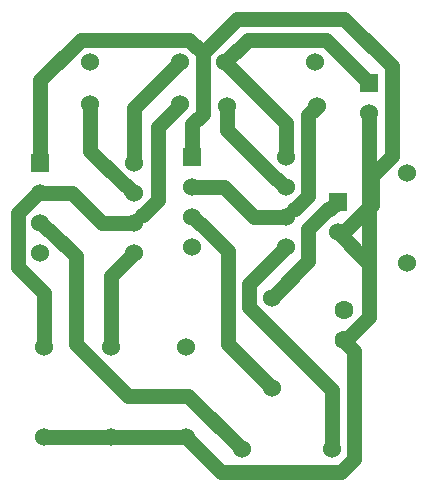
<source format=gbl>
G04*
G04 #@! TF.GenerationSoftware,Altium Limited,Altium Designer,22.1.2 (22)*
G04*
G04 Layer_Physical_Order=2*
G04 Layer_Color=16711680*
%FSLAX43Y43*%
%MOMM*%
G71*
G04*
G04 #@! TF.SameCoordinates,87715656-2F0B-43DF-9688-F49D06068116*
G04*
G04*
G04 #@! TF.FilePolarity,Positive*
G04*
G01*
G75*
%ADD18C,1.270*%
%ADD19C,1.524*%
%ADD20R,1.524X1.524*%
%ADD21R,1.524X1.524*%
%ADD22C,1.600*%
D18*
X32258Y24165D02*
Y32131D01*
X29591Y22098D02*
X29640Y22147D01*
X32495Y24401D02*
Y26807D01*
X30240Y22147D02*
X32258Y24165D01*
X34163Y28475D02*
Y36117D01*
X32495Y26807D02*
X34163Y28475D01*
X32258Y14905D02*
Y24165D01*
X29640Y22147D02*
X30240D01*
X32258Y24165D02*
X32495Y24401D01*
X29591Y22098D02*
X32042Y19647D01*
X7413Y12626D02*
Y20013D01*
X10414Y18382D02*
X12352Y20320D01*
X5116Y22225D02*
X5201D01*
X7112Y25400D02*
X9652Y22860D01*
X10414Y12319D02*
Y18382D01*
X7413Y12626D02*
X11860Y8179D01*
X4481Y22860D02*
X5116Y22225D01*
X9652Y22860D02*
X12352D01*
X5201Y22225D02*
X7413Y20013D01*
X4412Y22860D02*
X4481D01*
X13056Y23495D02*
X13141D01*
X14411Y30980D02*
X16256Y32824D01*
X14411Y24765D02*
Y30980D01*
X13141Y23495D02*
X14411Y24765D01*
X11563Y26035D02*
X11648D01*
X12283Y25400D02*
X12352D01*
X8636Y28962D02*
Y32893D01*
Y28962D02*
X11563Y26035D01*
X11648D02*
X12283Y25400D01*
X17045Y38354D02*
X18161Y37238D01*
X4412Y34919D02*
X7847Y38354D01*
X4412Y27940D02*
Y34919D01*
X7847Y38354D02*
X17045D01*
X4412Y25400D02*
X7112D01*
X2507Y19114D02*
X4699Y16922D01*
Y12319D02*
Y16922D01*
X2507Y19114D02*
Y23649D01*
X11860Y8179D02*
X16967D01*
X21463Y3683D01*
X10414Y4699D02*
X16764D01*
X20320Y12573D02*
X24003Y8890D01*
X20320Y12573D02*
Y20474D01*
X17976Y22733D02*
X18061D01*
X17341Y23368D02*
X17976Y22733D01*
X18061D02*
X20320Y20474D01*
X17272Y23368D02*
X17341D01*
X19972Y25908D02*
X22512Y23368D01*
X25212D01*
X17272Y25908D02*
X19972D01*
X30162Y13017D02*
X30370D01*
X32258Y14905D01*
X30099Y12954D02*
X30162Y13017D01*
X28575Y38354D02*
X32258Y34671D01*
X21055Y40132D02*
X30148D01*
X34163Y36117D01*
X21971Y38354D02*
X28575D01*
X25212Y28448D02*
Y31303D01*
X20066Y36449D02*
X25212Y31303D01*
X30099Y12865D02*
Y12954D01*
X19685Y1778D02*
X29872D01*
X30099Y12865D02*
X30988Y11976D01*
Y2894D02*
Y11976D01*
X24003Y16510D02*
X27117Y19624D01*
Y22318D02*
X28802Y24003D01*
X28956D02*
X29591Y24638D01*
X29083Y3683D02*
Y8736D01*
X22098Y17714D02*
X25212Y20828D01*
X28802Y24003D02*
X28956D01*
X22098Y15721D02*
X29083Y8736D01*
X22098Y15721D02*
Y17714D01*
X27117Y19624D02*
Y22318D01*
X16256Y32824D02*
Y32893D01*
X2507Y23649D02*
X4209Y25351D01*
X4363D01*
X4412Y25400D01*
X4699Y4699D02*
X10414D01*
X27813Y32697D02*
Y32766D01*
X27117Y32001D02*
X27813Y32697D01*
X27117Y25119D02*
Y32001D01*
X20242Y30724D02*
X24423Y26543D01*
X24508D01*
X20242Y30724D02*
Y32717D01*
X24508Y26543D02*
X25143Y25908D01*
X20193Y32766D02*
X20242Y32717D01*
X25143Y25908D02*
X25212D01*
X16764Y4699D02*
X19685Y1778D01*
X29872D02*
X30988Y2894D01*
X18161Y37238D02*
X21055Y40132D01*
X18161Y32104D02*
Y37238D01*
X17272Y28448D02*
Y31215D01*
X18161Y32104D01*
X12352Y27940D02*
Y32545D01*
Y27940D02*
X12421D01*
X12352Y32545D02*
X16256Y36449D01*
X25916Y24003D02*
X26001D01*
X27117Y25119D01*
X20066Y36449D02*
X21971Y38354D01*
X17223Y20877D02*
X17272Y20828D01*
X17069Y20877D02*
X17223D01*
D19*
X32258Y32131D02*
D03*
X16256Y36449D02*
D03*
X8636D02*
D03*
X20066D02*
D03*
X27686D02*
D03*
X8636Y32893D02*
D03*
X16256D02*
D03*
X20193Y32766D02*
D03*
X27813D02*
D03*
X17272Y25908D02*
D03*
Y23368D02*
D03*
Y20828D02*
D03*
X25212D02*
D03*
Y23368D02*
D03*
Y25908D02*
D03*
Y28448D02*
D03*
X4412Y25400D02*
D03*
Y22860D02*
D03*
Y20320D02*
D03*
X12352D02*
D03*
Y22860D02*
D03*
Y25400D02*
D03*
Y27940D02*
D03*
X35433Y27051D02*
D03*
Y19431D02*
D03*
X29591Y22098D02*
D03*
X24003Y16510D02*
D03*
Y8890D02*
D03*
X16764Y12319D02*
D03*
Y4699D02*
D03*
X4699Y12319D02*
D03*
Y4699D02*
D03*
X29083Y3683D02*
D03*
X21463D02*
D03*
X10414Y12319D02*
D03*
Y4699D02*
D03*
D20*
X32258Y34671D02*
D03*
X29591Y24638D02*
D03*
D21*
X17272Y28448D02*
D03*
X4412Y27940D02*
D03*
D22*
X30099Y15494D02*
D03*
Y12954D02*
D03*
M02*

</source>
